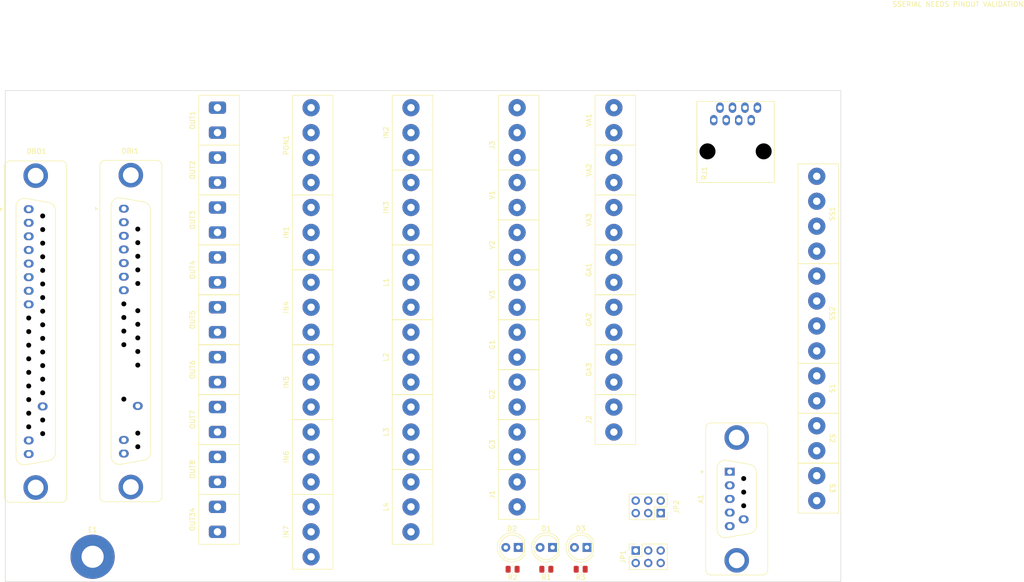
<source format=kicad_pcb>
(kicad_pcb (version 20221018) (generator pcbnew)
  (layers (0 "F.Cu" signal) (31 "B.Cu" signal) (34 "B.Paste" user) (35 "F.Paste" user) (36 "B.SilkS" user "B.Silkscreen") (37 "F.SilkS" user "F.Silkscreen") (38 "B.Mask" user) (39 "F.Mask" user) (44 "Edge.Cuts" user))
  (net 0 "")
  (net 1 "Earth")
  (net 2 "/E101")
  (net 3 "/E102")
  (net 4 "/E201")
  (net 5 "/E202")
  (net 6 "/E301")
  (net 8 "/SS_TX-")
  (net 9 "/SS_TX+")
  (net 10 "/E302")
  (net 11 "GND")
  (net 12 "Net-(D1-A)")
  (net 13 "Net-(D2-A)")
  (net 14 "GNDA")
  (net 15 "Net-(D3-A)")
  (net 16 "/19X7_HANDWHEEL_X")
  (net 17 "/19X7_HANDWHEEL_Y")
  (net 18 "/19X7_HANDWHEEL_Z")
  (net 19 "/19X7_24V")
  (net 20 "/19X7_MAIN_DRIVE_OFF")
  (net 21 "/19X7_NOT_SPINDLE_FEED")
  (net 22 "/19X7_LUBRICANT")
  (net 24 "/19X6_HANDWHEEL_X")
  (net 25 "/19X6_HANDWHEEL_Z")
  (net 26 "/19X6_HANDWHEEL_Y")
  (net 27 "/SPINDLE_CW")
  (net 28 "/SPINDLE_CCW")
  (net 29 "/COOLANT_PUMP")
  (net 30 "/TOOL_RELEASE")
  (net 31 "/CENTRAL_LUBRICATION")
  (net 34 "/{slash}ESTOP")
  (net 35 "/EXTERNAL_ESTOP")
  (net 36 "/POWER_SWITCH")
  (net 37 "/LIMIT_X")
  (net 38 "/LIMIT_Υ")
  (net 39 "/LIMIT_Ζ")
  (net 40 "/LIMIT_Α")
  (net 42 "/EXT_PWR")
  (net 43 "/202_24V")
  (net 44 "/204_24V{slash}a")
  (net 45 "/200_NORMAL")
  (net 46 "VDC")
  (net 47 "/SS_RX-")
  (net 48 "/SS_RX+")
  (net 49 "/SS_5VP")
  (footprint "XY2500V-C(5.08)-3P:XY2500V-C(5.08)-3P" (layer "F.Cu") (at 154.64 74.07 -90)
    (fp_text reference "L1" (at 0 5.08 90 unlocked) (layer "F.SilkS"))
    (fp_text value "LIM")
    (pad "1" thru_hole circle (at -5.08 0 270) (size 3.5 3.5) (drill 1.5) (layers "*.Cu" "*.Mask") (net 11 "GND"))
    (pad "2" thru_hole circle (at 0 0 270) (size 3.5 3.5) (drill 1.5) (layers "*.Cu" "*.Mask") (net 37 "/LIMIT_X"))
    (pad "3" thru_hole circle (at 5.08 0 270) (size 3.5 3.5) (drill 1.5) (layers "*.Cu" "*.Mask") (net 46 "VDC"))
  )
  (footprint "XY2500V-C(5.08)-3P:XY2500V-C(5.08)-3P" (layer "F.Cu") (at 154.64 119.79 -90)
    (fp_text reference "L4" (at 0 5.08 90 unlocked) (layer "F.SilkS"))
    (fp_text value "LIM")
    (pad "1" thru_hole circle (at -5.08 0 270) (size 3.5 3.5) (drill 1.5) (layers "*.Cu" "*.Mask") (net 11 "GND"))
    (pad "2" thru_hole circle (at 0 0 270) (size 3.5 3.5) (drill 1.5) (layers "*.Cu" "*.Mask") (net 40 "/LIMIT_Α"))
    (pad "3" thru_hole circle (at 5.08 0 270) (size 3.5 3.5) (drill 1.5) (layers "*.Cu" "*.Mask") (net 46 "VDC"))
  )
  (footprint "XY2500V-C(5.08)-2P:XY2500V-C(5.08)-2P" (layer "F.Cu") (at 195.915 71.53 -90)
    (fp_text reference "GA1" (at 0 5.08 90 unlocked) (layer "F.SilkS"))
    (fp_text value "GA")
    (pad "1" thru_hole circle (at -2.54 0 270) (size 3.5 3.5) (drill 1.5) (layers "*.Cu" "*.Mask") (net 14 "GNDA"))
    (pad "2" thru_hole circle (at 2.54 0 270) (size 3.5 3.5) (drill 1.5) (layers "*.Cu" "*.Mask") (net 14 "GNDA"))
  )
  (footprint "XY2500V-C(5.08)-2P:XY2500V-C(5.08)-2P" (layer "F.Cu") (at 195.915 91.85 -90)
    (fp_text reference "GA3" (at 0 5.08 90 unlocked) (layer "F.SilkS"))
    (fp_text value "GA")
    (pad "1" thru_hole circle (at -2.54 0 270) (size 3.5 3.5) (drill 1.5) (layers "*.Cu" "*.Mask") (net 14 "GNDA"))
    (pad "2" thru_hole circle (at 2.54 0 270) (size 3.5 3.5) (drill 1.5) (layers "*.Cu" "*.Mask") (net 14 "GNDA"))
  )
  (footprint "Connector_Dsub:DSUB-9_Female_Vertical_P2.77x2.84mm_MountingHoles" (layer "F.Cu") (at 219.49 112.635 90)
    (fp_text reference "A1" (at -5.54 -5.89 90) (layer "F.SilkS"))
    (fp_text value "19X4")
    (pad "" np_thru_hole circle (at -6.925 2.84 90) (size 1 1) (drill 1) (layers "*.Mask"))
    (pad "" np_thru_hole circle (at -4.155 2.84 90) (size 1 1) (drill 1) (layers "*.Mask"))
    (pad "" np_thru_hole circle (at -1.385 2.84 90) (size 1 1) (drill 1) (layers "*.Mask"))
    (pad "0" thru_hole circle (at -18.04 1.42 90) (size 5 5) (drill 3.2) (layers "*.Cu" "*.Mask"))
    (pad "0" thru_hole circle (at 6.96 1.42 90) (size 5 5) (drill 3.2) (layers "*.Cu" "*.Mask"))
    (pad "1" thru_hole rect (at 0 0 90) (size 1.6 2) (drill 1) (layers "*.Cu" "*.Mask") (net 2 "/E101"))
    (pad "2" thru_hole oval (at -2.77 0 90) (size 1.6 2) (drill 1) (layers "*.Cu" "*.Mask") (net 3 "/E102"))
    (pad "3" thru_hole oval (at -5.54 0 90) (size 1.6 2) (drill 1) (layers "*.Cu" "*.Mask") (net 4 "/E201"))
    (pad "4" thru_hole oval (at -8.31 0 90) (size 1.6 2) (drill 1) (layers "*.Cu" "*.Mask") (net 5 "/E202"))
    (pad "5" thru_hole oval (at -11.08 0 90) (size 1.6 2) (drill 1) (layers "*.Cu" "*.Mask") (net 6 "/E301"))
    (pad "9" thru_hole oval (at -9.695 2.84 90) (size 1.6 2) (drill 1) (layers "*.Cu" "*.Mask") (net 10 "/E302"))
  )
  (footprint "Connector_PinSocket_2.54mm:PinSocket_2x03_P2.54mm_Vertical" (layer "F.Cu") (at 200.36 128.68 90)
    (fp_text reference "JP1" (at -1.27 -2.54 90) (layer "F.SilkS"))
    (fp_text value "PWR_SELECT")
    (pad "1" thru_hole rect (at 0 0 90) (size 1.7 1.7) (drill 1) (layers "*.Cu" "*.Mask") (net 42 "/EXT_PWR"))
    (pad "2" thru_hole oval (at -2.54 0 90) (size 1.7 1.7) (drill 1) (layers "*.Cu" "*.Mask") (net 42 "/EXT_PWR"))
    (pad "3" thru_hole oval (at 0 2.54 90) (size 1.7 1.7) (drill 1) (layers "*.Cu" "*.Mask") (net 46 "VDC"))
    (pad "4" thru_hole oval (at -2.54 2.54 90) (size 1.7 1.7) (drill 1) (layers "*.Cu" "*.Mask") (net 46 "VDC"))
    (pad "5" thru_hole oval (at 0 5.08 90) (size 1.7 1.7) (drill 1) (layers "*.Cu" "*.Mask") (net 44 "/204_24V{slash}a"))
    (pad "6" thru_hole oval (at -2.54 5.08 90) (size 1.7 1.7) (drill 1) (layers "*.Cu" "*.Mask") (net 44 "/204_24V{slash}a"))
  )
  (footprint "XY2500V-C(5.08)-2P:XY2500V-C(5.08)-2P" (layer "F.Cu") (at 237.19 105.82 -90)
    (fp_text reference "S2" (at 0 -3.175 -90 unlocked) (layer "F.SilkS"))
    (fp_text value "S2")
    (pad "1" thru_hole circle (at -2.54 0 270) (size 3.5 3.5) (drill 1.5) (layers "*.Cu" "*.Mask") (net 6 "/E301"))
    (pad "2" thru_hole circle (at 2.54 0 270) (size 3.5 3.5) (drill 1.5) (layers "*.Cu" "*.Mask") (net 10 "/E302"))
  )
  (footprint "MountingHole:MountingHole_4.5mm" (layer "F.Cu") (at 237.09 40.03)
    (fp_text reference "H3" hide)
    (fp_text value "MountingHole" hide)
    (pad "" np_thru_hole circle (at 0 0) (size 4.5 4.5) (drill 4.5) (layers "*.Cu" "*.Mask"))
  )
  (footprint "XY2500V-C(5.08)-2P:XY2500V-C(5.08)-2P" (layer "F.Cu") (at 176.23 86.77 -90)
    (fp_text reference "G1" (at 0 5.08 90 unlocked) (layer "F.SilkS"))
    (fp_text value "G")
    (pad "1" thru_hole circle (at -2.54 0 270) (size 3.5 3.5) (drill 1.5) (layers "*.Cu" "*.Mask") (net 11 "GND"))
    (pad "2" thru_hole circle (at 2.54 0 270) (size 3.5 3.5) (drill 1.5) (layers "*.Cu" "*.Mask") (net 11 "GND"))
  )
  (footprint "MountingHole:MountingHole_4.5mm" (layer "F.Cu") (at 77.09 40.03)
    (fp_text reference "H1" hide)
    (fp_text value "MountingHole" hide)
    (pad "" np_thru_hole circle (at 0 0) (size 4.5 4.5) (drill 4.5) (layers "*.Cu" "*.Mask"))
  )
  (footprint "XY2500V-C(5.08)-2P:XY2500V-C(5.08)-2P" (layer "F.Cu") (at 115.27 91.85 -90)
    (fp_text reference "OUT6" (at 0 5.08 90 unlocked) (layer "F.SilkS"))
    (fp_text value "OUT6")
    (pad "1" thru_hole roundrect (at -2.54 0 270) (size 2.5 3.5) (drill 1.5) (layers "*.Cu" "*.Mask") (net 45 "/200_NORMAL"))
    (pad "2" thru_hole roundrect (at 2.54 0 270) (size 2.5 3.5) (drill 1.5) (layers "*.Cu" "*.Mask") (net 29 "/COOLANT_PUMP"))
  )
  (footprint "XY2500V-C(5.08)-3P:XY2500V-C(5.08)-3P" (layer "F.Cu") (at 154.64 58.83 -90)
    (fp_text reference "IN3" (at 0 5.08 90 unlocked) (layer "F.SilkS"))
    (fp_text value "IN3")
    (pad "1" thru_hole circle (at -5.08 0 270) (size 3.5 3.5) (drill 1.5) (layers "*.Cu" "*.Mask") (net 39 "/LIMIT_Ζ"))
    (pad "2" thru_hole circle (at 0 0 270) (size 3.5 3.5) (drill 1.5) (layers "*.Cu" "*.Mask") (net 40 "/LIMIT_Α"))
    (pad "3" thru_hole circle (at 5.08 0 270) (size 3.5 3.5) (drill 1.5) (layers "*.Cu" "*.Mask") (net 11 "GND"))
  )
  (footprint "LED_THT:LED_D5.0mm" (layer "F.Cu") (at 183.4475 128.045 180)
    (fp_text reference "D1" (at 1.27 3.81) (layer "F.SilkS"))
    (fp_text value "LED" hide)
    (pad "1" thru_hole rect (at 0 0 180) (size 1.8 1.8) (drill 0.9) (layers "*.Cu" "*.Mask") (net 11 "GND"))
    (pad "2" thru_hole circle (at 2.54 0 180) (size 1.8 1.8) (drill 0.9) (layers "*.Cu" "*.Mask") (net 12 "Net-(D1-A)"))
  )
  (footprint "XY2500V-C(5.08)-3P:XY2500V-C(5.08)-3P" (layer "F.Cu") (at 134.32 79.15 -90)
    (fp_text reference "IN4" (at 0 5.08 90 unlocked) (layer "F.SilkS"))
    (fp_text value "IN4")
    (pad "1" thru_hole circle (at -5.08 0 270) (size 3.5 3.5) (drill 1.5) (layers "*.Cu" "*.Mask") (net 16 "/19X7_HANDWHEEL_X"))
    (pad "2" thru_hole circle (at 0 0 270) (size 3.5 3.5) (drill 1.5) (layers "*.Cu" "*.Mask") (net 17 "/19X7_HANDWHEEL_Y"))
    (pad "3" thru_hole circle (at 5.08 0 270) (size 3.5 3.5) (drill 1.5) (layers "*.Cu" "*.Mask") (net 11 "GND"))
  )
  (footprint "XY2500V-C(5.08)-2P:XY2500V-C(5.08)-2P" (layer "F.Cu") (at 195.915 41.05 -90)
    (fp_text reference "VA1" (at 0 5.08 90 unlocked) (layer "F.SilkS"))
    (fp_text value "VA")
    (pad "1" thru_hole circle (at -2.54 0 270) (size 3.5 3.5) (drill 1.5) (layers "*.Cu" "*.Mask") (net 43 "/202_24V"))
    (pad "2" thru_hole circle (at 2.54 0 270) (size 3.5 3.5) (drill 1.5) (layers "*.Cu" "*.Mask") (net 43 "/202_24V"))
  )
  (footprint "MountingHole:MountingHole_4.5mm" (layer "F.Cu") (at 237.09 130.03)
    (fp_text reference "H4" hide)
    (fp_text value "MountingHole" hide)
    (pad "" np_thru_hole circle (at 0 0) (size 4.5 4.5) (drill 4.5) (layers "*.Cu" "*.Mask"))
  )
  (footprint "XY2500V-C(5.08)-2P:XY2500V-C(5.08)-2P" (layer "F.Cu") (at 115.27 81.69 -90)
    (fp_text reference "OUT5" (at 0 5.08 90 unlocked) (layer "F.SilkS"))
    (fp_text value "OUT5")
    (pad "1" thru_hole roundrect (at -2.54 0 270) (size 2.5 3.5) (drill 1.5) (layers "*.Cu" "*.Mask") (net 45 "/200_NORMAL"))
    (pad "2" thru_hole roundrect (at 2.54 0 270) (size 2.5 3.5) (drill 1.5) (layers "*.Cu" "*.Mask") (net 28 "/SPINDLE_CCW"))
  )
  (footprint "XY2500V-C(5.08)-3P:XY2500V-C(5.08)-3P" (layer "F.Cu") (at 154.64 89.31 -90)
    (fp_text reference "L2" (at 0 5.08 90 unlocked) (layer "F.SilkS"))
    (fp_text value "LIM")
    (pad "1" thru_hole circle (at -5.08 0 270) (size 3.5 3.5) (drill 1.5) (layers "*.Cu" "*.Mask") (net 11 "GND"))
    (pad "2" thru_hole circle (at 0 0 270) (size 3.5 3.5) (drill 1.5) (layers "*.Cu" "*.Mask") (net 38 "/LIMIT_Υ"))
    (pad "3" thru_hole circle (at 5.08 0 270) (size 3.5 3.5) (drill 1.5) (layers "*.Cu" "*.Mask") (net 46 "VDC"))
  )
  (footprint "XY2500V-C(5.08)-4P:XY2500V-C(5.08)-4P" (layer "F.Cu") (at 237.19 60.1 -90)
    (fp_text reference "SS1" (at 0 -3.175 90 unlocked) (layer "F.SilkS"))
    (fp_text value "SS1")
    (pad "1" thru_hole circle (at -7.62 0 270) (size 3.5 3.5) (drill 1.5) (layers "*.Cu" "*.Mask") (net 49 "/SS_5VP"))
    (pad "2" thru_hole circle (at -2.54 0 270) (size 3.5 3.5) (drill 1.5) (layers "*.Cu" "*.Mask") (net 49 "/SS_5VP"))
    (pad "3" thru_hole circle (at 2.54 0 270) (size 3.5 3.5) (drill 1.5) (layers "*.Cu" "*.Mask") (net 48 "/SS_RX+"))
    (pad "4" thru_hole circle (at 7.62 0 270) (size 3.5 3.5) (drill 1.5) (layers "*.Cu" "*.Mask") (net 47 "/SS_RX-"))
  )
  (footprint "XY2500V-C(5.08)-2P:XY2500V-C(5.08)-2P" (layer "F.Cu") (at 115.27 122.33 -90)
    (fp_text reference "OUT34" (at 0 5.08 90 unlocked) (layer "F.SilkS"))
    (fp_text value "OUT34")
    (pad "1" thru_hole roundrect (at -2.54 0 270) (size 2.5 3.5) (drill 1.5) (layers "*.Cu" "*.Mask") (net 46 "VDC"))
    (pad "2" thru_hole roundrect (at 2.54 0 270) (size 2.5 3.5) (drill 1.5) (layers "*.Cu" "*.Mask") (net 34 "/{slash}ESTOP"))
  )
  (footprint "XY2500V-C(5.08)-3P:XY2500V-C(5.08)-3P" (layer "F.Cu") (at 176.23 43.59 -90)
    (fp_text reference "J3" (at 2.54 5.08 90 unlocked) (layer "F.SilkS"))
    (fp_text value "V1")
    (pad "1" thru_hole circle (at -5.08 0 270) (size 3.5 3.5) (drill 1.5) (layers "*.Cu" "*.Mask") (net 44 "/204_24V{slash}a"))
    (pad "2" thru_hole circle (at 0 0 270) (size 3.5 3.5) (drill 1.5) (layers "*.Cu" "*.Mask") (net 45 "/200_NORMAL"))
    (pad "3" thru_hole circle (at 5.08 0 270) (size 3.5 3.5) (drill 1.5) (layers "*.Cu" "*.Mask") (net 11 "GND"))
  )
  (footprint "Resistor_SMD:R_0805_2012Metric" (layer "F.Cu") (at 182.1775 132.49 180)
    (fp_text reference "R1" (at 0 -1.65) (layer "F.SilkS"))
    (fp_text value "R" hide)
    (pad "1" smd roundrect (at -0.9125 0 180) (size 1.025 1.4) (layers "F.Cu" "F.Paste" "F.Mask") (roundrect_rratio 0.243902) (net 42 "/EXT_PWR"))
    (pad "2" smd roundrect (at 0.9125 0 180) (size 1.025 1.4) (layers "F.Cu" "F.Paste" "F.Mask") (roundrect_rratio 0.243902) (net 12 "Net-(D1-A)"))
  )
  (footprint "XY2500V-C(5.08)-2P:XY2500V-C(5.08)-2P" (layer "F.Cu") (at 176.23 56.29 -90)
    (fp_text reference "V1" (at 0 5.08 90 unlocked) (layer "F.SilkS"))
    (fp_text value "V")
    (pad "1" thru_hole circle (at -2.54 0 270) (size 3.5 3.5) (drill 1.5) (layers "*.Cu" "*.Mask") (net 46 "VDC"))
    (pad "2" thru_hole circle (at 2.54 0 270) (size 3.5 3.5) (drill 1.5) (layers "*.Cu" "*.Mask") (net 46 "VDC"))
  )
  (footprint "XY2500V-C(5.08)-2P:XY2500V-C(5.08)-2P" (layer "F.Cu") (at 176.23 117.25 -90)
    (fp_text reference "J1" (at 0 5.08 90 unlocked) (layer "F.SilkS"))
    (fp_text value "PWR")
    (pad "1" thru_hole circle (at -2.54 0 270) (size 3.5 3.5) (drill 1.5) (layers "*.Cu" "*.Mask") (net 42 "/EXT_PWR"))
    (pad "2" thru_hole circle (at 2.54 0 270) (size 3.5 3.5) (drill 1.5) (layers "*.Cu" "*.Mask") (net 11 "GND"))
  )
  (footprint "LED_THT:LED_D5.0mm" (layer "F.Cu") (at 190.4375 128.045 180)
    (fp_text reference "D3" (at 1.27 3.81) (layer "F.SilkS"))
    (fp_text value "LED" hide)
    (pad "1" thru_hole rect (at 0 0 180) (size 1.8 1.8) (drill 0.9) (layers "*.Cu" "*.Mask") (net 14 "GNDA"))
    (pad "2" thru_hole circle (at 2.54 0 180) (size 1.8 1.8) (drill 0.9) (layers "*.Cu" "*.Mask") (net 15 "Net-(D3-A)"))
  )
  (footprint "XY2500V-C(5.08)-2P:XY2500V-C(5.08)-2P" (layer "F.Cu") (at 176.23 107.09 -90)
    (fp_text reference "G3" (at 0 5.08 90 unlocked) (layer "F.SilkS"))
    (fp_text value "G")
    (pad "1" thru_hole circle (at -2.54 0 270) (size 3.5 3.5) (drill 1.5) (layers "*.Cu" "*.Mask") (net 11 "GND"))
    (pad "2" thru_hole circle (at 2.54 0 270) (size 3.5 3.5) (drill 1.5) (layers "*.Cu" "*.Mask") (net 11 "GND"))
  )
  (footprint "Resistor_SMD:R_0805_2012Metric" (layer "F.Cu") (at 189.1675 132.49 180)
    (fp_text reference "R3" (at 0 -1.65) (layer "F.SilkS"))
    (fp_text value "R" hide)
    (pad "1" smd roundrect (at -0.9125 0 180) (size 1.025 1.4) (layers "F.Cu" "F.Paste" "F.Mask") (roundrect_rratio 0.243902) (net 43 "/202_24V"))
    (pad "2" smd roundrect (at 0.9125 0 180) (size 1.025 1.4) (layers "F.Cu" "F.Paste" "F.Mask") (roundrect_rratio 0.243902) (net 15 "Net-(D3-A)"))
  )
  (footprint "XY2500V-C(5.08)-2P:XY2500V-C(5.08)-2P" (layer "F.Cu") (at 115.27 51.21 -90)
    (fp_text reference "OUT2" (at 0 5.08 90 unlocked) (layer "F.SilkS"))
    (fp_text value "OUT2")
    (pad "1" thru_hole roundrect (at -2.54 0 270) (size 2.5 3.5) (drill 1.5) (layers "*.Cu" "*.Mask") (net 45 "/200_NORMAL"))
    (pad "2" thru_hole roundrect (at 2.54 0 270) (size 2.5 3.5) (drill 1.5) (layers "*.Cu" "*.Mask") (net 26 "/19X6_HANDWHEEL_Y"))
  )
  (footprint "XY2500V-C(5.08)-2P:XY2500V-C(5.08)-2P" (layer "F.Cu") (at 237.19 95.66 -90)
    (fp_text reference "S1" (at 0 -3.175 90 unlocked) (layer "F.SilkS"))
    (fp_text value "S1")
    (pad "1" thru_hole circle (at -2.54 0 270) (size 3.5 3.5) (drill 1.5) (layers "*.Cu" "*.Mask") (net 2 "/E101"))
    (pad "2" thru_hole circle (at 2.54 0 270) (size 3.5 3.5) (drill 1.5) (layers "*.Cu" "*.Mask") (net 3 "/E102"))
  )
  (footprint "XY2500V-C(5.08)-2P:XY2500V-C(5.08)-2P" (layer "F.Cu") (at 115.27 41.05 -90)
    (fp_text reference "OUT1" (at 0 5.08 90 unlocked) (layer "F.SilkS"))
    (fp_text value "OUT1")
    (pad "1" thru_hole roundrect (at -2.54 0 270) (size 2.5 3.5) (drill 1.5) (layers "*.Cu" "*.Mask") (net 45 "/200_NORMAL"))
    (pad "2" thru_hole roundrect (at 2.54 0 270) (size 2.5 3.5) (drill 1.5) (layers "*.Cu" "*.Mask") (net 24 "/19X6_HANDWHEEL_X"))
  )
  (footprint "Connector_PinSocket_2.54mm:PinSocket_2x03_P2.54mm_Vertical" (layer "F.Cu") (at 205.44 121.06 -90)
    (fp_text reference "JP2" (at -1.27 -3.175 -270) (layer "F.SilkS"))
    (fp_text value "GND_BRIGDE")
    (pad "1" thru_hole rect (at 0 0 270) (size 1.7 1.7) (drill 1) (layers "*.Cu" "*.Mask") (net 11 "GND"))
    (pad "2" thru_hole oval (at -2.54 0 270) (size 1.7 1.7) (drill 1) (layers "*.Cu" "*.Mask") (net 14 "GNDA"))
    (pad "3" thru_hole oval (at 0 2.54 270) (size 1.7 1.7) (drill 1) (layers "*.Cu" "*.Mask") (net 11 "GND"))
    (pad "4" thru_hole oval (at -2.54 2.54 270) (size 1.7 1.7) (drill 1) (layers "*.Cu" "*.Mask") (net 14 "GNDA"))
    (pad "5" thru_hole oval (at 0 5.08 270) (size 1.7 1.7) (drill 1) (layers "*.Cu" "*.Mask") (net 11 "GND"))
    (pad "6" thru_hole oval (at -2.54 5.08 270) (size 1.7 1.7) (drill 1) (layers "*.Cu" "*.Mask") (net 14 "GNDA"))
  )
  (footprint "XY2500V-C(5.08)-2P:XY2500V-C(5.08)-2P" (layer "F.Cu") (at 176.23 76.61 -90)
    (fp_text reference "V3" (at 0 5.08 90 unlocked) (layer "F.SilkS"))
    (fp_text value "V")
    (pad "1" thru_hole circle (at -2.54 0 270) (size 3.5 3.5) (drill 1.5) (layers "*.Cu" "*.Mask") (net 46 "VDC"))
    (pad "2" thru_hole circle (at 2.54 0 270) (size 3.5 3.5) (drill 1.5) (layers "*.Cu" "*.Mask") (net 46 "VDC"))
  )
  (footprint "Connector_Dsub:DSUB-37_Female_Vertical_P2.77x2.84mm_MountingHoles" (layer "F.Cu") (at 76.87 59.17 90)
    (fp_text reference "DBO1" (at 11.77 1.57 180) (layer "F.SilkS"))
    (fp_text value "19X6_OUTPUTS")
    (pad "" np_thru_hole circle (at -48.475 2.84 90) (size 1 1) (drill 1) (layers "F&B.Cu" "*.Mask"))
    (pad "" np_thru_hole circle (at -45.705 2.84 90) (size 1 1) (drill 1) (layers "*.Mask"))
    (pad "" np_thru_hole circle (at -44.32 0 90) (size 1 1) (drill 1) (layers "*.Mask"))
    (pad "" np_thru_hole circle (at -42.935 2.84 90) (size 1 1) (drill 1) (layers "*.Mask"))
    (pad "" np_thru_hole circle (at -41.55 0 90) (size 1 1) (drill 1) (layers "*.Mask"))
    (pad "" np_thru_hole circle (at -38.78 0 90) (size 1 1) (drill 1) (layers "*.Mask"))
    (pad "" np_thru_hole circle (at -37.395 2.84 90) (size 1 1) (drill 1) (layers "*.Mask"))
    (pad "" np_thru_hole circle (at -36.01 0 90) (size 1 1) (drill 1) (layers "*.Mask"))
    (pad "" np_thru_hole circle (at -34.625 2.84 90) (size 1 1) (drill 1) (layers "*.Mask"))
    (pad "" np_thru_hole circle (at -33.24 0 90) (size 1 1) (drill 1) (layers "*.Mask"))
    (pad "" np_thru_hole circle (at -31.855 2.84 90) (size 1 1) (drill 1) (layers "*.Mask"))
    (pad "" np_thru_hole circle (at -30.47 0 90) (size 1 1) (drill 1) (layers "*.Mask"))
    (pad "" np_thru_hole circle (at -29.085 2.84 90) (size 1 1) (drill 1) (layers "*.Mask"))
    (pad "" np_thru_hole circle (at -27.7 0 90) (size 1 1) (drill 1) (layers "*.Mask"))
    (pad "" np_thru_hole circle (at -26.315 2.84 90) (size 1 1) (drill 1) (layers "*.Mask"))
    (pad "" np_thru_hole circle (at -24.93 0 90) (size 1 1) (drill 1) (layers "*.Mask"))
    (pad "" np_thru_hole circle (at -23.545 2.84 90) (size 1 1) (drill 1) (layers "*.Mask"))
    (pad "" np_thru_hole circle (at -22.16 0 90) (size 1 1) (drill 1) (layers "*.Mask"))
    (pad "" np_thru_hole circle (at -20.775 2.84 90) (size 1 1) (drill 1) (layers "*.Mask"))
    (pad "" np_thru_hole circle (at -18.005 2.84 90) (size 1 1) (drill 1) (layers "*.Mask" "B.Adhes"))
    (pad "" np_thru_hole circle (at -15.235 2.84 90) (size 1 1) (drill 1) (layers "*.Mask"))
    (pad "" np_thru_hole circle (at -12.465 2.84 90) (size 1 1) (drill 1) (layers "*.Mask"))
    (pad "" np_thru_hole circle (at -9.695 2.84 90) (size 1 1) (drill 1) (layers "*.Mask"))
    (pad "" np_thru_hole circle (at -6.925 2.84 90) (size 1 1) (drill 1) (layers "*.Mask"))
    (pad "" np_thru_hole circle (at -4.155 2.84 90) (size 1 1) (drill 1) (layers "*.Mask"))
    (pad "" np_thru_hole circle (at -1.385 2.84 90) (size 1 1) (drill 1) (layers "*.Mask"))
    (pad "0" thru_hole circle (at -56.68 1.42 90) (size 5 5) (drill 3.2) (layers "*.Cu" "*.Mask") (net 1 "Earth"))
    (pad "0" thru_hole circle (at 6.82 1.42 90) (size 5 5) (drill 3.2) (layers "*.Cu" "*.Mask") (net 1 "Earth"))
    (pad "1" thru_hole oval (at 0 0 90) (size 1.6 2) (drill 1) (layers "*.Cu" "*.Mask") (net 24 "/19X6_HANDWHEEL_X"))
    (pad "2" thru_hole oval (at -2.77 0 90) (size 1.6 2) (drill 1) (layers "*.Cu" "*.Mask") (net 25 "/19X6_HANDWHEEL_Z"))
    (pad "3" thru_hole oval (at -5.54 0 90) (size 1.6 2) (drill 1) (layers "*.Cu" "*.Mask") (net 26 "/19X6_HANDWHEEL_Y"))
    (pad "4" thru_hole oval (at -8.31 0 90) (size 1.6 2) (drill 1) (layers "*.Cu" "*.Mask") (net 27 "/SPINDLE_CW"))
    (pad "5" thru_hole oval (at -11.08 0 90) (size 1.6 2) (drill 1) (layers "*.Cu" "*.Mask") (net 28 "/SPINDLE_CCW"))
    (pad "6" thru_hole oval (at -13.85 0 90) (size 1.6 2) (drill 1) (layers "*.Cu" "*.Mask") (net 29 "/COOLANT_PUMP"))
    (pad "7" thru_hole oval (at -16.62 0 90) (size 1.6 2) (drill 1) (layers "*.Cu" "*.Mask") (net 30 "/TOOL_RELEASE"))
    (pad "8" thru_hole oval (at -19.39 0 90) (size 1.6 2) (drill 1) (layers "*.Cu" "*.Mask") (net 31 "/CENTRAL_LUBRICATION"))
    (pad "18" thru_hole oval (at -47.09 0 90) (size 1.6 2) (drill 1) (layers "*.Cu" "*.Mask"))
    (pad "19" thru_hole oval (at -49.86 0 90) (size 1.6 2) (drill 1) (layers "*.Cu" "*.Mask"))
    (pad "34" thru_hole oval (at -40.165 2.84 90) (size 1.6 2) (drill 1) (layers "*.Cu" "*.Mask") (net 34 "/{slash}ESTOP"))
  )
  (footprint "XY2500V-C(5.08)-3P:XY2500V-C(5.08)-3P" (layer "F.Cu") (at 134.32 63.91 -90)
    (fp_text reference "IN1" (at 0 5.08 90 unlocked) (layer "F.SilkS"))
    (fp_text value "IN1")
    (pad "1" thru_hole circle (at -5.08 0 270) (size 3.5 3.5) (drill 1.5) (layers "*.Cu" "*.Mask") (net 35 "/EXTERNAL_ESTOP"))
    (pad "2" thru_hole circle (at 0 0 270) (size 3.5 3.5) (drill 1.5) (layers "*.Cu" "*.Mask") (net 36 "/POWER_SWITCH"))
    (pad "3" thru_hole circle (at 5.08 0 270) (size 3.5 3.5) (drill 1.5) (layers "*.Cu" "*.Mask") (net 11 "GND"))
  )
  (footprint "XY2500V-C(5.08)-3P:XY2500V-C(5.08)-3P" (layer "F.Cu") (at 134.32 124.87 -90)
    (fp_text reference "IN7" (at 0 5.08 90 unlocked) (layer "F.SilkS"))
    (fp_text value "IN7")
    (pad "1" thru_hole circle (at -5.08 0 270) (size 3.5 3.5) (drill 1.5) (layers "*.Cu" "*.Mask") (net 22 "/19X7_LUBRICANT"))
    (pad "2" thru_hole circle (at 0 0 270) (size 3.5 3.5) (drill 1.5) (layers "*.Cu" "*.Mask"))
    (pad "3" thru_hole circle (at 5.08 0 270) (size 3.5 3.5) (drill 1.5) (layers "*.Cu" "*.Mask") (net 11 "GND"))
  )
  (footprint "Connector_Dsub:DSUB-37_Female_Vertical_P2.77x2.84mm_MountingHoles" (layer "F.Cu") (at 96.22 59.07 90)
    (fp_text reference "DBI1" (at 11.74 1.27 180) (layer "F.SilkS"))
    (fp_text value "19X7_INPUTS")
    (pad "" thru_hole oval (at -49.86 0 90) (size 1.6 2) (drill 1) (layers "*.Cu" "*.Mask"))
    (pad "" np_thru_hole circle (at -48.475 2.84 90) (size 1 1) (drill 1) (layers "*.Mask"))
    (pad "" thru_hole oval (at -47.09 0 90) (size 1.6 2) (drill 1) (layers "*.Cu" "*.Mask"))
    (pad "" np_thru_hole circle (at -45.705 2.84 90) (size 1 1) (drill 1) (layers "*.Mask"))
    (pad "" np_thru_hole circle (at -44.32 0 90) (size 1 1) (drill 1) (layers "F&B.Cu" "*.Mask"))
    (pad "" np_thru_hole circle (at -42.935 2.84 90) (size 1 1) (drill 1) (layers "F&B.Cu" "*.Mask"))
    (pad "" np_thru_hole circle (at -41.55 0 90) (size 1 1) (drill 1) (layers "F&B.Cu" "*.Mask"))
    (pad "" np_thru_hole circle (at -38.78 0 90) (size 1 1) (drill 1) (layers "*.Mask"))
    (pad "" np_thru_hole circle (at -37.395 2.84 90) (size 1 1) (drill 1) (layers "F&B.Cu" "*.Mask"))
    (pad "" np_thru_hole circle (at -36.01 0 90) (size 1 1) (drill 1) (layers "F&B.Cu" "*.Mask"))
    (pad "" np_thru_hole circle (at -34.625 2.84 90) (size 1 1) (drill 1) (layers "F&B.Cu" "*.Mask"))
    (pad "" np_thru_hole circle (at -33.24 0 90) (size 1 1) (drill 1) (layers "F&B.Cu" "*.Mask"))
    (pad "" np_thru_hole circle (at -31.855 2.84 90) (size 1 1) (drill 1) (layers "*.Mask"))
    (pad "" np_thru_hole circle (at -30.47 0 90) (size 1 1) (drill 1) (layers "F&B.Cu" "*.Mask"))
    (pad "" np_thru_hole circle (at -29.085 2.84 90) (size 1 1) (drill 1) (layers "*.Mask"))
    (pad "" np_thru_hole circle (at -27.7 0 90) (size 1 1) (drill 1) (layers "*.Mask"))
    (pad "" np_thru_hole circle (at -26.315 2.84 90) (size 1 1) (drill 1) (layers "*.Mask"))
    (pad "" np_thru_hole circle (at -24.93 0 90) (size 1 1) (drill 1) (layers "*.Mask"))
    (pad "" np_thru_hole circle (at -23.545 2.84 90) (size 1 1) (drill 1) (layers "*.Mask"))
    (pad "" np_thru_hole circle (at -22.16 0 90) (size 1 1) (drill 1) (layers "*.Mask"))
    (pad "" np_thru_hole circle (at -20.775 2.84 90) (size 1 1) (drill 1) (layers "*.Mask"))
    (pad "" np_thru_hole circle (at -19.39 0 90) (size 1 1) (drill 1) (layers "*.Mask"))
    (pad "" np_thru_hole circle (at -18.005 2.84 90) (size 1 1) (drill 1) (layers "F&B.Cu" "*.Mask"))
    (pad "" np_thru_hole circle (at -15.235 2.84 90) (size 1 1) (drill 1) (layers "*.Mask"))
    (pad "" np_thru_hole circle (at -12.465 2.84 90) (size 1 1) (drill 1) (layers "*.Mask"))
    (pad "" np_thru_hole circle (at -9.695 2.84 90) (size 1 1) (drill 1) (layers "*.Mask"))
    (pad "" np_thru_hole circle (at -6.925 2.84 90) (size 1 1) (drill 1) (layers "*.Mask"))
    (pad "" np_thru_hole circle (at -4.155 2.84 90) (size 1 1) (drill 1) (layers "*.Mask"))
    (pad "" np_thru_hole circle (at -1.385 2.84 90) (size 1 1) (drill 1) (layers "F&B.Cu" "*.Mask"))
    (pad "0" thru_hole circle (at -56.68 1.42 90) (size 5 5) (drill 3.2) (layers "*.Cu" "*.Mask") (net 1 "Earth"))
    (pad "0" thru_hole circle (at 6.82 1.42 90) (size 5 5) (drill 3.2) (layers "*.Cu" "*.Mask") (net 1 "Earth"))
    (pad "1" thru_hole oval (at 0 0 90) (size 1.6 2) (drill 1) (layers "*.Cu" "*.Mask") (net 16 "/19X7_HANDWHEEL_X"))
    (pad "2" thru_hole oval (at -2.77 0 90) (size 1.6 2) (drill 1) (layers "*.Cu" "*.Mask") (net 17 "/19X7_HANDWHEEL_Y"))
    (pad "3" thru_hole oval (at -5.54 0 90) (size 1.6 2) (drill 1) (layers "*.Cu" "*.Mask") (net 18 "/19X7_HANDWHEEL_Z"))
    (pad "4" thru_hole oval (at -8.31 0 90) (size 1.6 2) (drill 1) (layers "*.Cu" "*.Mask") (net 19 "/19X7_24V"))
    (pad "5" thru_hole oval (at -11.08 0 90) (size 1.6 2) (drill 1) (layers "*.Cu" "*.Mask") (net 20 "/19X7_MAIN_DRIVE_OFF"))
    (pad "6" thru_hole oval (at -13.85 0 90) (size 1.6 2) (drill 1) (layers "*.Cu" "*.Mask") (net 21 "/19X7_NOT_SPINDLE_FEED"))
    (pad "7" thru_hole oval (at -16.62 0 90) (size 1.6 2) (drill 1) (layers "*.Cu" "*.Mask") (net 22 "/19X7_LUBRICANT"))
    (pad "34" thru_hole oval (at -40.165 2.84 90) (size 1.6 2) (drill 1) (layers "*.Cu" "*.Mask"))
  )
  (footprint "XY2500V-C(5.08)-2P:XY2500V-C(5.08)-2P" (layer "F.Cu") (at 237.19 115.98 -90)
    (fp_text reference "S3" (at 0 -3.175 -90 unlocked) (layer "F.SilkS"))
    (fp_text value "S3")
    (pad "1" thru_hole circle (at -2.54 0 270) (size 3.5 3.5) (drill 1.5) (layers "*.Cu" "*.Mask") (net 4 "/E201"))
    (pad "2" thru_hole circle (at 2.54 0 270) (size 3.5 3.5) (drill 1.5) (layers "*.Cu" "*.Mask") (net 5 "/E202"))
  )
  (footprint "XY2500V-C(5.08)-2P:XY2500V-C(5.08)-2P" (layer "F.Cu") (at 195.915 61.37 -90)
    (fp_text reference "VA3" (at 0 5.08 90 unlocked) (layer "F.SilkS"))
    (fp_text value "VA")
    (pad "1" thru_hole circle (at -2.54 0 270) (size 3.5 3.5) (drill 1.5) (layers "*.Cu" "*.Mask") (net 43 "/202_24V"))
    (pad "2" thru_hole circle (at 2.54 0 270) (size 3.5 3.5) (drill 1.5) (layers "*.Cu" "*.Mask") (net 43 "/202_24V"))
  )
  (footprint "XY2500V-C(5.08)-4P:XY2500V-C(5.08)-4P" (layer "F.Cu") (at 237.19 80.42 -90)
    (fp_text reference "SS2" (at 0 -3.175 90 unlocked) (layer "F.SilkS"))
    (fp_text value "SS2")
    (pad "1" thru_hole circle (at -7.62 0 270) (size 3.5 3.5) (drill 1.5) (layers "*.Cu" "*.Mask") (net 9 "/SS_TX+"))
    (pad "2" thru_hole circle (at -2.54 0 270) (size 3.5 3.5) (drill 1.5) (layers "*.Cu" "*.Mask") (net 8 "/SS_TX-"))
    (pad "3" thru_hole circle (at 2.54 0 270) (size 3.5 3.5) (drill 1.5) (layers "*.Cu" "*.Mask") (net 11 "GND"))
    (pad "4" thru_hole circle (at 7.62 0 270) (size 3.5 3.5) (drill 1.5) (layers "*.Cu" "*.Mask") (net 11 "GND"))
  )
  (footprint "LED_THT:LED_D5.0mm" (layer "F.Cu") (at 176.4675 128.045 180)
    (fp_text reference "D2" (at 1.27 3.81) (layer "F.SilkS"))
    (fp_text value "LED" hide)
    (pad "1" thru_hole rect (at 0 0 180) (size 1.8 1.8) (drill 0.9) (layers "*.Cu" "*.Mask") (net 11 "GND"))
    (pad "2" thru_hole circle (at 2.54 0 180) (size 1.8 1.8) (drill 0.9) (layers "*.Cu" "*.Mask") (net 13 "Net-(D2-A)"))
  )
  (footprint "XY2500V-C(5.08)-3P:XY2500V-C(5.08)-3P" (layer "F.Cu") (at 154.64 43.59 -90)
    (fp_text reference "IN2" (at 0 5.08 90 unlocked) (layer "F.SilkS"))
    (fp_text value "IN2")
    (pad "1" thru_hole circle (at -5.08 0 270) (size 3.5 3.5) (drill 1.5) (layers "*.Cu" "*.Mask") (net 37 "/LIMIT_X"))
    (pad "2" thru_hole circle (at 0 0 270) (size 3.5 3.5) (drill 1.5) (layers "*.Cu" "*.Mask") (net 38 "/LIMIT_Υ"))
    (pad "3" thru_hole circle (at 5.08 0 270) (size 3.5 3.5) (drill 1.5) (layers "*.Cu" "*.Mask") (net 11 "GND"))
  )
  (footprint "XY2500V-C(5.08)-4P:XY2500V-C(5.08)-4P" (layer "F.Cu") (at 134.32 46.13 -90)
    (fp_text reference "PON1" (at 0 5.08 90 unlocked) (layer "F.SilkS"))
    (fp_text value "POWER_ON_SWITCHES" hide)
    (pad "1" thru_hole circle (at -7.62 0 270) (size 3.5 3.5) (drill 1.5) (layers "*.Cu" "*.Mask") (net 46 "VDC"))
    (pad "2" thru_hole circle (at -2.54 0 270) (size 3.5 3.5) (drill 1.5) (layers "*.Cu" "*.Mask") (net 36 "/POWER_SWITCH"))
    (pad "3" thru_hole circle (at 2.54 0 270) (size 3.5 3.5) (drill 1.5) (layers "*.Cu" "*.Mask") (net 46 "VDC"))
    (pad "4" thru_hole circle (at 7.62 0 270) (size 3.5 3.5) (drill 1.5) (layers "*.Cu" "*.Mask") (net 35 "/EXTERNAL_ESTOP"))
  )
  (footprint "XY2500V-C(5.08)-3P:XY2500V-C(5.08)-3P" (layer "F.Cu") (at 154.64 104.55 -90)
    (fp_text reference "L3" (at 0 5.08 90 unlocked) (layer "F.SilkS"))
    (fp_text value "LIM")
    (pad "1" thru_hole circle (at -5.08 0 270) (size 3.5 3.5) (drill 1.5) (layers "*.Cu" "*.Mask") (net 11 "GND"))
    (pad "2" thru_hole circle (at 0 0 270) (size 3.5 3.5) (drill 1.5) (layers "*.Cu" "*.Mask") (net 39 "/LIMIT_Ζ"))
    (pad "3" thru_hole circle (at 5.08 0 270) (size 3.5 3.5) (drill 1.5) (layers "*.Cu" "*.Mask") (net 46 "VDC"))
  )
  (footprint "XY2500V-C(5.08)-2P:XY2500V-C(5.08)-2P" (layer "F.Cu") (at 176.23 96.93 -90)
    (fp_text reference "G2" (at 0 5.08 90 unlocked) (layer "F.SilkS"))
    (fp_text value "G")
    (pad "1" thru_hole circle (at -2.54 0 270) (size 3.5 3.5) (drill 1.5) (layers "*.Cu" "*.Mask") (net 11 "GND"))
    (pad "2" thru_hole circle (at 2.54 0 270) (size 3.5 3.5) (drill 1.5) (layers "*.Cu" "*.Mask") (net 11 "GND"))
  )
  (footprint "MountingHole:MountingHole_4.5mm" (layer "F.Cu") (at 167.09 130.03)
    (fp_text reference "H5" hide)
    (fp_text value "MountingHole" hide)
    (pad "" np_thru_hole circle (at 0 0) (size 4.5 4.5) (drill 4.5) (layers "*.Cu" "*.Mask"))
  )
  (footprint "XY2500V-C(5.08)-2P:XY2500V-C(5.08)-2P" (layer "F.Cu") (at 115.27 102.01 -90)
    (fp_text reference "OUT7" (at 0 5.08 90 unlocked) (layer "F.SilkS"))
    (fp_text value "OUT7")
    (pad "1" thru_hole roundrect (at -2.54 0 270) (size 2.5 3.5) (drill 1.5) (layers "*.Cu" "*.Mask") (net 45 "/200_NORMAL"))
    (pad "2" thru_hole roundrect (at 2.54 0 270) (size 2.5 3.5) (drill 1.5) (layers "*.Cu" "*.Mask") (net 30 "/TOOL_RELEASE"))
  )
  (footprint "XY2500V-C(5.08)-2P:XY2500V-C(5.08)-2P" (layer "F.Cu") (at 195.915 51.21 -90)
    (fp_text reference "VA2" (at 0 5.08 90 unlocked) (layer "F.SilkS"))
    (fp_text value "VA")
    (pad "1" thru_hole circle (at -2.54 0 270) (size 3.5 3.5) (drill 1.5) (layers "*.Cu" "*.Mask") (net 43 "/202_24V"))
    (pad "2" thru_hole circle (at 2.54 0 270) (size 3.5 3.5) (drill 1.5) (layers "*.Cu" "*.Mask") (net 43 "/202_24V"))
  )
  (footprint "XY2500V-C(5.08)-2P:XY2500V-C(5.08)-2P" (layer "F.Cu") (at 115.27 71.53 -90)
    (fp_text reference "OUT4" (at 0 5.08 90 unlocked) (layer "F.SilkS"))
    (fp_text value "OUT4")
    (pad "1" thru_hole roundrect (at -2.54 0 270) (size 2.5 3.5) (drill 1.5) (layers "*.Cu" "*.Mask") (net 45 "/200_NORMAL"))
    (pad "2" thru_hole roundrect (at 2.54 0 270) (size 2.5 3.5) (drill 1.5) (layers "*.Cu" "*.Mask") (net 27 "/SPINDLE_CW"))
  )
  (footprint "XY2500V-C(5.08)-2P:XY2500V-C(5.08)-2P" (layer "F.Cu") (at 176.23 66.45 -90)
    (fp_text reference "V2" (at 0 5.08 90 unlocked) (layer "F.SilkS"))
    (fp_text value "V")
    (pad "1" thru_hole circle (at -2.54 0 270) (size 3.5 3.5) (drill 1.5) (layers "*.Cu" "*.Mask") (net 46 "VDC"))
    (pad "2" thru_hole circle (at 2.54 0 270) (size 3.5 3.5) (drill 1.5) (layers "*.Cu" "*.Mask") (net 46 "VDC"))
  )
  (footprint "MTJ-88FX1:MTJ-88FX1" (layer "F.Cu") (at 220.68 47.4)
    (fp_text reference "RJ1" (at -6.35 4.445 90 unlocked) (layer "F.SilkS"))
    (fp_text value "SSERIAL")
    (pad "" np_thru_hole circle (at -5.715 0) (size 3.25 3.25) (drill 3.25) (layers "*.Mask"))
    (pad "" np_thru_hole circle (at 5.715 0) (size 3.25 3.25) (drill 3.25) (layers "*.Mask"))
    (pad "1" thru_hole oval (at -4.445 -6.35) (size 1.5 2.1) (drill 0.95) (layers "*.Cu" "*.Mask") (net 8 "/SS_TX-"))
    (pad "2" thru_hole oval (at -3.175 -8.89) (size 1.5 2.1) (drill 0.95) (layers "*.Cu" "*.Mask") (net 9 "/SS_TX+"))
    (pad "3" thru_hole oval (at -1.905 -6.35) (size 1.5 2.1) (drill 0.95) (layers "*.Cu" "*.Mask") (net 47 "/SS_RX-"))
    (pad "4" thru_hole oval (at -0.635 -8.89) (size 1.5 2.1) (drill 0.95) (layers "*.Cu" "*.Mask") (net 11 "GND"))
    (pad "5" thru_hole oval (at 0.635 -6.35) (size 1.5 2.1) (drill 0.95) (layers "*.Cu" "*.Mask") (net 11 "GND"))
    (pad "6" thru_hole oval (at 1.905 -8.89) (size 1.5 2.1) (drill 0.95) (layers "*.Cu" "*.Mask") (net 48 "/SS_RX+"))
    (pad "7" thru_hole oval (at 3.175 -6.35) (size 1.5 2.1) (drill 0.95) (layers "*.Cu" "*.Mask") (net 49 "/SS_5VP"))
    (pad "8" thru_hole oval (at 4.445 -8.89) (size 1.5 2.1) (drill 0.95) (layers "*.Cu" "*.Mask") (net 49 "/SS_5VP"))
  )
  (footprint "MountingHole:MountingHole_4.5mm_Pad" (layer "F.Cu") (at 89.87 129.95)
    (fp_text reference "E1" (at 0 -5.5) (layer "F.SilkS"))
    (fp_text value "Chassis" hide)
    (pad "1" thru_hole circle (at 0 0) (size 9 9) (drill 4.5) (layers "*.Cu" "*.Mask") (net 1 "Earth"))
  )
  (footprint "XY2500V-C(5.08)-2P:XY2500V-C(5.08)-2P" (layer "F.Cu") (at 195.915 102.01 -90)
    (fp_text reference "J2" (at 0 5.08 90 unlocked) (layer "F.SilkS"))
    (fp_text value "V2")
    (pad "1" thru_hole circle (at -2.54 0 270) (size 3.5 3.5) (drill 1.5) (layers "*.Cu" "*.Mask") (net 43 "/202_24V"))
    (pad "2" thru_hole circle (at 2.54 0 270) (size 3.5 3.5) (drill 1.5) (layers "*.Cu" "*.Mask") (net 14 "GNDA"))
  )
  (footprint "MountingHole:MountingHole_4.5mm" (layer "F.Cu") (at 167.09 40.03)
    (fp_text reference "H2" hide)
    (fp_text value "MountingHole" hide)
    (pad "" np_thru_hole circle (at 0 0) (size 4.5 4.5) (drill 4.5) (layers "*.Cu" "*.Mask"))
  )
  (footprint "XY2500V-C(5.08)-2P:XY2500V-C(5.08)-2P" (layer "F.Cu") (at 195.915 81.69 -90)
    (fp_text reference "GA2" (at 0 5.08 90 unlocked) (layer "F.SilkS"))
    (fp_text value "GA")
    (pad "1" thru_hole circle (at -2.54 0 270) (size 3.5 3.5) (drill 1.5) (layers "*.Cu" "*.Mask") (net 14 "GNDA"))
    (pad "2" thru_hole circle (at 2.54 0 270) (size 3.5 3.5) (drill 1.5) (layers "*.Cu" "*.Mask") (net 14 "GNDA"))
  )
  (footprint "XY2500V-C(5.08)-2P:XY2500V-C(5.08)-2P" (layer "F.Cu") (at 115.27 112.17 -90)
    (fp_text reference "OUT8" (at 0 5.08 90 unlocked) (layer "F.SilkS"))
    (fp_text value "OUT8")
    (pad "1" thru_hole roundrect (at -2.54 0 270) (size 2.5 3.5) (drill 1.5) (layers "*.Cu" "*.Mask") (net 45 "/200_NORMAL"))
    (pad "2" thru_hole roundrect (at 2.54 0 270) (size 2.5 3.5) (drill 1.5) (layers "*.Cu" "*.Mask") (net 31 "/CENTRAL_LUBRICATION"))
  )
  (footprint "MountingHole:MountingHole_4.5mm" (layer "F.Cu") (at 77.09 130.03)
    (fp_text reference "H6" hide)
    (fp_text value "MountingHole" hide)
    (pad "" np_thru_hole circle (at 0 0) (size 4.5 4.5) (drill 4.5) (layers "*.Cu" "*.Mask"))
  )
  (footprint "XY2500V-C(5.08)-3P:XY2500V-C(5.08)-3P" (layer "F.Cu") (at 134.32 94.39 -90)
    (fp_text reference "IN5" (at 0 5.08 90 unlocked) (layer "F.SilkS"))
    (fp_text value "IN5")
    (pad "1" thru_hole circle (at -5.08 0 270) (size 3.5 3.5) (drill 1.5) (layers "*.Cu" "*.Mask") (net 18 "/19X7_HANDWHEEL_Z"))
    (pad "2" thru_hole circle (at 0 0 270) (size 3.5 3.5) (drill 1.5) (layers "*.Cu" "*.Mask") (net 19 "/19X7_24V"))
    (pad "3" thru_hole circle (at 5.08 0 270) (size 3.5 3.5) (drill 1.5) (layers "*.Cu" "*.Mask") (net 11 "GND"))
  )
  (footprint "XY2500V-C(5.08)-2P:XY2500V-C(5.08)-2P" (layer "F.Cu") (at 115.27 61.37 -90)
    (fp_text reference "OUT3" (at 0 5.08 90 unlocked) (layer "F.SilkS"))
    (fp_text value "OUT3")
    (pad "1" thru_hole roundrect (at -2.54 0 270) (size 2.5 3.5) (drill 1.5) (layers "*.Cu" "*.Mask") (net 45 "/200_NORMAL"))
    (pad "2" thru_hole roundrect (at 2.54 0 270) (size 2.5 3.5) (drill 1.5) (layers "*.Cu" "*.Mask") (net 25 "/19X6_HANDWHEEL_Z"))
  )
  (footprint "Resistor_SMD:R_0805_2012Metric" (layer "F.Cu") (at 175.3175 132.49 180)
    (fp_text reference "R2" (at 0 -1.65) (layer "F.SilkS"))
    (fp_text value "R" hide)
    (pad "1" smd roundrect (at -0.9125 0 180) (size 1.025 1.4) (layers "F.Cu" "F.Paste" "F.Mask") (roundrect_rratio 0.243902) (net 44 "/204_24V{slash}a"))
    (pad "2" smd roundrect (at 0.9125 0 180) (size 1.025 1.4) (layers "F.Cu" "F.Paste" "F.Mask") (roundrect_rratio 0.243902) (net 13 "Net-(D2-A)"))
  )
  (footprint "XY2500V-C(5.08)-3P:XY2500V-C(5.08)-3P" (layer "F.Cu") (at 134.32 109.63 -90)
    (fp_text reference "IN6" (at 0 5.08 90 unlocked) (layer "F.SilkS"))
    (fp_text value "IN6")
    (pad "1" thru_hole circle (at -5.08 0 270) (size 3.5 3.5) (drill 1.5) (layers "*.Cu" "*.Mask") (net 20 "/19X7_MAIN_DRIVE_OFF"))
    (pad "2" thru_hole circle (at 0 0 270) (size 3.5 3.5) (drill 1.5) (layers "*.Cu" "*.Mask") (net 21 "/19X7_NOT_SPINDLE_FEED"))
    (pad "3" thru_hole circle (at 5.08 0 270) (size 3.5 3.5) (drill 1.5) (layers "*.Cu" "*.Mask") (net 11 "GND"))
  )
  (gr_rect (start 72.09 35.03) (end 242.09 135.03) (stroke (width 0.1)) (fill none) (layer "Edge.Cuts"))
  (gr_text "SSERIAL NEEDS PINOUT VALIDATION" (at 252.51 18.03) (layer "F.SilkS") (effects (font (size 1 1)) (justify left bottom)))
)
</source>
